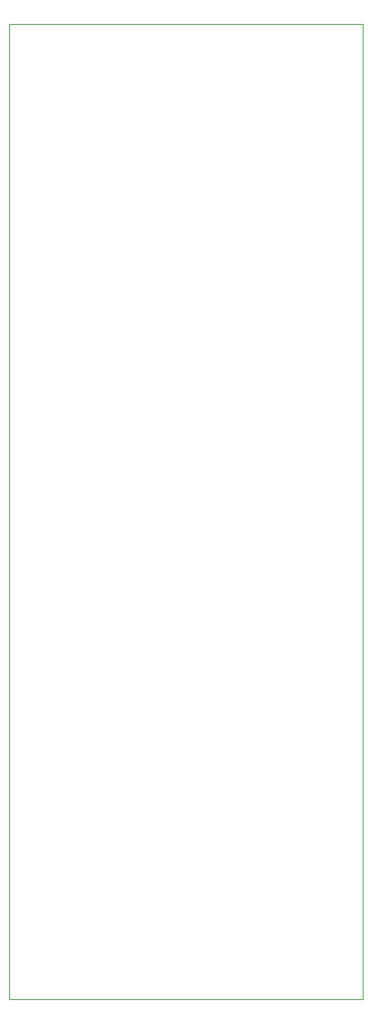
<source format=gbr>
%TF.GenerationSoftware,KiCad,Pcbnew,7.0.5-0*%
%TF.CreationDate,2023-08-28T20:49:07+02:00*%
%TF.ProjectId,peaks,7065616b-732e-46b6-9963-61645f706362,rev?*%
%TF.SameCoordinates,Original*%
%TF.FileFunction,Profile,NP*%
%FSLAX46Y46*%
G04 Gerber Fmt 4.6, Leading zero omitted, Abs format (unit mm)*
G04 Created by KiCad (PCBNEW 7.0.5-0) date 2023-08-28 20:49:07*
%MOMM*%
%LPD*%
G01*
G04 APERTURE LIST*
%TA.AperFunction,Profile*%
%ADD10C,0.050000*%
%TD*%
G04 APERTURE END LIST*
D10*
X167858600Y-158343600D02*
X167858600Y-51663600D01*
X167858600Y-51663600D02*
X129143600Y-51663600D01*
X129143600Y-51663600D02*
X129143600Y-158343600D01*
X129143600Y-158343600D02*
X167858600Y-158343600D01*
M02*

</source>
